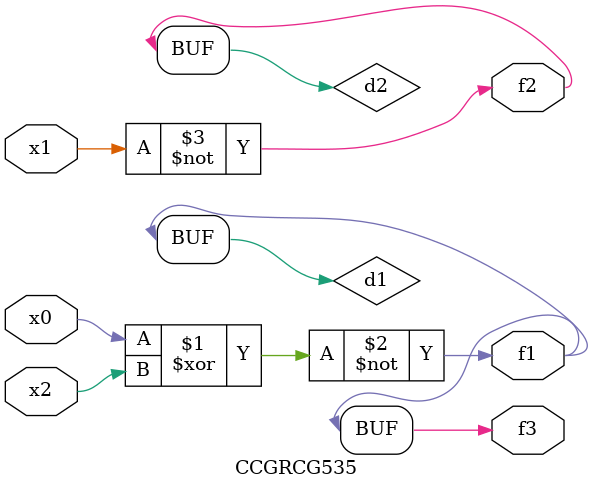
<source format=v>
module CCGRCG535(
	input x0, x1, x2,
	output f1, f2, f3
);

	wire d1, d2, d3;

	xnor (d1, x0, x2);
	nand (d2, x1);
	nor (d3, x1, x2);
	assign f1 = d1;
	assign f2 = d2;
	assign f3 = d1;
endmodule

</source>
